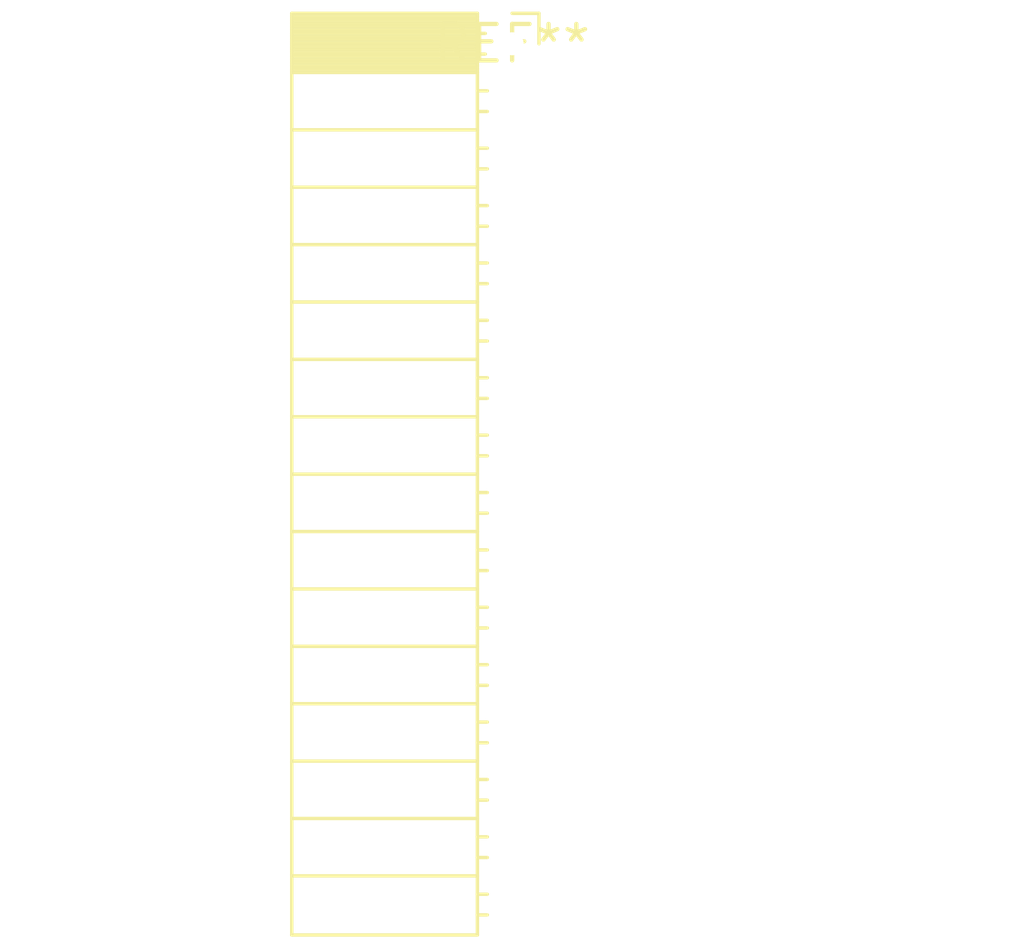
<source format=kicad_pcb>
(kicad_pcb (version 20240108) (generator pcbnew)
  (layers (0 "F.Cu" signal) (31 "B.Cu" signal) (34 "B.Paste" user) (35 "F.Paste" user) (36 "B.SilkS" user "B.Silkscreen") (37 "F.SilkS" user "F.Silkscreen") (38 "B.Mask" user) (39 "F.Mask" user) (44 "Edge.Cuts" user))
  (net 0 "")
  (footprint "PinSocket_1x16_P2.00mm_Horizontal" (layer "F.Cu") (at 0 0)
    (property "Reference" "REF**")
    (property "Value" "PinSocket_1x16_P2.00mm_Horizontal")
    (fp_line (start -7.68 -1.06) (end -7.68 31.06) (layer "F.SilkS") (stroke (width 0.12)))
    (fp_line (start -7.68 -1.06) (end -1.21 -1.06) (layer "F.SilkS") (stroke (width 0.12)))
    (fp_line (start -7.68 -0.94) (end -1.21 -0.94) (layer "F.SilkS") (stroke (width 0.12)))
    (fp_line (start -7.68 -0.825882) (end -1.21 -0.825882) (layer "F.SilkS") (stroke (width 0.12)))
    (fp_line (start -7.68 -0.711764) (end -1.21 -0.711764) (layer "F.SilkS") (stroke (width 0.12)))
    (fp_line (start -7.68 -0.597646) (end -1.21 -0.597646) (layer "F.SilkS") (stroke (width 0.12)))
    (fp_line (start -7.68 -0.483528) (end -1.21 -0.483528) (layer "F.SilkS") (stroke (width 0.12)))
    (fp_line (start -7.68 -0.36941) (end -1.21 -0.36941) (layer "F.SilkS") (stroke (width 0.12)))
    (fp_line (start -7.68 -0.255292) (end -1.21 -0.255292) (layer "F.SilkS") (stroke (width 0.12)))
    (fp_line (start -7.68 -0.141174) (end -1.21 -0.141174) (layer "F.SilkS") (stroke (width 0.12)))
    (fp_line (start -7.68 -0.027056) (end -1.21 -0.027056) (layer "F.SilkS") (stroke (width 0.12)))
    (fp_line (start -7.68 0.087062) (end -1.21 0.087062) (layer "F.SilkS") (stroke (width 0.12)))
    (fp_line (start -7.68 0.20118) (end -1.21 0.20118) (layer "F.SilkS") (stroke (width 0.12)))
    (fp_line (start -7.68 0.315298) (end -1.21 0.315298) (layer "F.SilkS") (stroke (width 0.12)))
    (fp_line (start -7.68 0.429416) (end -1.21 0.429416) (layer "F.SilkS") (stroke (width 0.12)))
    (fp_line (start -7.68 0.543534) (end -1.21 0.543534) (layer "F.SilkS") (stroke (width 0.12)))
    (fp_line (start -7.68 0.657652) (end -1.21 0.657652) (layer "F.SilkS") (stroke (width 0.12)))
    (fp_line (start -7.68 0.77177) (end -1.21 0.77177) (layer "F.SilkS") (stroke (width 0.12)))
    (fp_line (start -7.68 0.885888) (end -1.21 0.885888) (layer "F.SilkS") (stroke (width 0.12)))
    (fp_line (start -7.68 1) (end -1.21 1) (layer "F.SilkS") (stroke (width 0.12)))
    (fp_line (start -7.68 3) (end -1.21 3) (layer "F.SilkS") (stroke (width 0.12)))
    (fp_line (start -7.68 5) (end -1.21 5) (layer "F.SilkS") (stroke (width 0.12)))
    (fp_line (start -7.68 7) (end -1.21 7) (layer "F.SilkS") (stroke (width 0.12)))
    (fp_line (start -7.68 9) (end -1.21 9) (layer "F.SilkS") (stroke (width 0.12)))
    (fp_line (start -7.68 11) (end -1.21 11) (layer "F.SilkS") (stroke (width 0.12)))
    (fp_line (start -7.68 13) (end -1.21 13) (layer "F.SilkS") (stroke (width 0.12)))
    (fp_line (start -7.68 15) (end -1.21 15) (layer "F.SilkS") (stroke (width 0.12)))
    (fp_line (start -7.68 17) (end -1.21 17) (layer "F.SilkS") (stroke (width 0.12)))
    (fp_line (start -7.68 19) (end -1.21 19) (layer "F.SilkS") (stroke (width 0.12)))
    (fp_line (start -7.68 21) (end -1.21 21) (layer "F.SilkS") (stroke (width 0.12)))
    (fp_line (start -7.68 23) (end -1.21 23) (layer "F.SilkS") (stroke (width 0.12)))
    (fp_line (start -7.68 25) (end -1.21 25) (layer "F.SilkS") (stroke (width 0.12)))
    (fp_line (start -7.68 27) (end -1.21 27) (layer "F.SilkS") (stroke (width 0.12)))
    (fp_line (start -7.68 29) (end -1.21 29) (layer "F.SilkS") (stroke (width 0.12)))
    (fp_line (start -7.68 31.06) (end -1.21 31.06) (layer "F.SilkS") (stroke (width 0.12)))
    (fp_line (start -1.21 -1.06) (end -1.21 31.06) (layer "F.SilkS") (stroke (width 0.12)))
    (fp_line (start -1.21 -0.36) (end -0.935 -0.36) (layer "F.SilkS") (stroke (width 0.12)))
    (fp_line (start -1.21 0.36) (end -0.935 0.36) (layer "F.SilkS") (stroke (width 0.12)))
    (fp_line (start -1.21 1.64) (end -0.862917 1.64) (layer "F.SilkS") (stroke (width 0.12)))
    (fp_line (start -1.21 2.36) (end -0.862917 2.36) (layer "F.SilkS") (stroke (width 0.12)))
    (fp_line (start -1.21 3.64) (end -0.862917 3.64) (layer "F.SilkS") (stroke (width 0.12)))
    (fp_line (start -1.21 4.36) (end -0.862917 4.36) (layer "F.SilkS") (stroke (width 0.12)))
    (fp_line (start -1.21 5.64) (end -0.862917 5.64) (layer "F.SilkS") (stroke (width 0.12)))
    (fp_line (start -1.21 6.36) (end -0.862917 6.36) (layer "F.SilkS") (stroke (width 0.12)))
    (fp_line (start -1.21 7.64) (end -0.862917 7.64) (layer "F.SilkS") (stroke (width 0.12)))
    (fp_line (start -1.21 8.36) (end -0.862917 8.36) (layer "F.SilkS") (stroke (width 0.12)))
    (fp_line (start -1.21 9.64) (end -0.862917 9.64) (layer "F.SilkS") (stroke (width 0.12)))
    (fp_line (start -1.21 10.36) (end -0.862917 10.36) (layer "F.SilkS") (stroke (width 0.12)))
    (fp_line (start -1.21 11.64) (end -0.862917 11.64) (layer "F.SilkS") (stroke (width 0.12)))
    (fp_line (start -1.21 12.36) (end -0.862917 12.36) (layer "F.SilkS") (stroke (width 0.12)))
    (fp_line (start -1.21 13.64) (end -0.862917 13.64) (layer "F.SilkS") (stroke (width 0.12)))
    (fp_line (start -1.21 14.36) (end -0.862917 14.36) (layer "F.SilkS") (stroke (width 0.12)))
    (fp_line (start -1.21 15.64) (end -0.862917 15.64) (layer "F.SilkS") (stroke (width 0.12)))
    (fp_line (start -1.21 16.36) (end -0.862917 16.36) (layer "F.SilkS") (stroke (width 0.12)))
    (fp_line (start -1.21 17.64) (end -0.862917 17.64) (layer "F.SilkS") (stroke (width 0.12)))
    (fp_line (start -1.21 18.36) (end -0.862917 18.36) (layer "F.SilkS") (stroke (width 0.12)))
    (fp_line (start -1.21 19.64) (end -0.862917 19.64) (layer "F.SilkS") (stroke (width 0.12)))
    (fp_line (start -1.21 20.36) (end -0.862917 20.36) (layer "F.SilkS") (stroke (width 0.12)))
    (fp_line (start -1.21 21.64) (end -0.862917 21.64) (layer "F.SilkS") (stroke (width 0.12)))
    (fp_line (start -1.21 22.36) (end -0.862917 22.36) (layer "F.SilkS") (stroke (width 0.12)))
    (fp_line (start -1.21 23.64) (end -0.862917 23.64) (layer "F.SilkS") (stroke (width 0.12)))
    (fp_line (start -1.21 24.36) (end -0.862917 24.36) (layer "F.SilkS") (stroke (width 0.12)))
    (fp_line (start -1.21 25.64) (end -0.862917 25.64) (layer "F.SilkS") (stroke (width 0.12)))
    (fp_line (start -1.21 26.36) (end -0.862917 26.36) (layer "F.SilkS") (stroke (width 0.12)))
    (fp_line (start -1.21 27.64) (end -0.862917 27.64) (layer "F.SilkS") (stroke (width 0.12)))
    (fp_line (start -1.21 28.36) (end -0.862917 28.36) (layer "F.SilkS") (stroke (width 0.12)))
    (fp_line (start -1.21 29.64) (end -0.862917 29.64) (layer "F.SilkS") (stroke (width 0.12)))
    (fp_line (start -1.21 30.36) (end -0.862917 30.36) (layer "F.SilkS") (stroke (width 0.12)))
    (fp_line (start 0 -1.06) (end 0.935 -1.06) (layer "F.SilkS") (stroke (width 0.12)))
    (fp_line (start 0.935 -1.06) (end 0.935 0) (layer "F.SilkS") (stroke (width 0.12)))
    (pad "1" thru_hole rect (at 0 0) (size 1.35 1.35) (drill 0.8) (layers *.Cu *.Mask) (remove_unused_layers))
    (pad "2" thru_hole oval (at 0 2) (size 1.35 1.35) (drill 0.8) (layers *.Cu *.Mask) (remove_unused_layers))
    (pad "3" thru_hole oval (at 0 4) (size 1.35 1.35) (drill 0.8) (layers *.Cu *.Mask) (remove_unused_layers))
    (pad "4" thru_hole oval (at 0 6) (size 1.35 1.35) (drill 0.8) (layers *.Cu *.Mask) (remove_unused_layers))
    (pad "5" thru_hole oval (at 0 8) (size 1.35 1.35) (drill 0.8) (layers *.Cu *.Mask) (remove_unused_layers))
    (pad "6" thru_hole oval (at 0 10) (size 1.35 1.35) (drill 0.8) (layers *.Cu *.Mask) (remove_unused_layers))
    (pad "7" thru_hole oval (at 0 12) (size 1.35 1.35) (drill 0.8) (layers *.Cu *.Mask) (remove_unused_layers))
    (pad "8" thru_hole oval (at 0 14) (size 1.35 1.35) (drill 0.8) (layers *.Cu *.Mask) (remove_unused_layers))
    (pad "9" thru_hole oval (at 0 16) (size 1.35 1.35) (drill 0.8) (layers *.Cu *.Mask) (remove_unused_layers))
    (pad "10" thru_hole oval (at 0 18) (size 1.35 1.35) (drill 0.8) (layers *.Cu *.Mask) (remove_unused_layers))
    (pad "11" thru_hole oval (at 0 20) (size 1.35 1.35) (drill 0.8) (layers *.Cu *.Mask) (remove_unused_layers))
    (pad "12" thru_hole oval (at 0 22) (size 1.35 1.35) (drill 0.8) (layers *.Cu *.Mask) (remove_unused_layers))
    (pad "13" thru_hole oval (at 0 24) (size 1.35 1.35) (drill 0.8) (layers *.Cu *.Mask) (remove_unused_layers))
    (pad "14" thru_hole oval (at 0 26) (size 1.35 1.35) (drill 0.8) (layers *.Cu *.Mask) (remove_unused_layers))
    (pad "15" thru_hole oval (at 0 28) (size 1.35 1.35) (drill 0.8) (layers *.Cu *.Mask) (remove_unused_layers))
    (pad "16" thru_hole oval (at 0 30) (size 1.35 1.35) (drill 0.8) (layers *.Cu *.Mask) (remove_unused_layers))
  )
)
</source>
